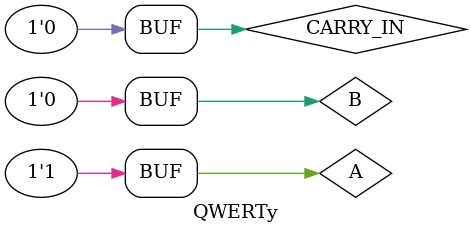
<source format=v>
`timescale 1ns / 1ps


module QWERTy;

	// Inputs
	reg A;
	reg B;
	reg CARRY_IN;

	// Outputs
	wire SUM;
	wire CARRY_OUT;

	// Instantiate the Unit Under Test (UUT)
	Full_Adder uut (
		.A(A), 
		.B(B), 
		.CARRY_IN(CARRY_IN), 
		.SUM(SUM), 
		.CARRY_OUT(CARRY_OUT)
	);

	initial begin
		// Initialize Inputs
		A = 0;
		B = 0;
		CARRY_IN = 0;

		// Wait 100 ns for global reset to finish
		#100;
        
		// Add stimulus here
		A = 64'b0000000000000000000000000000000000000000000000000000000000000001;
		B = 64'b0000000000000000000000000000000000000000000000000000000000000010;
		
		#100;

	end
      
endmodule


</source>
